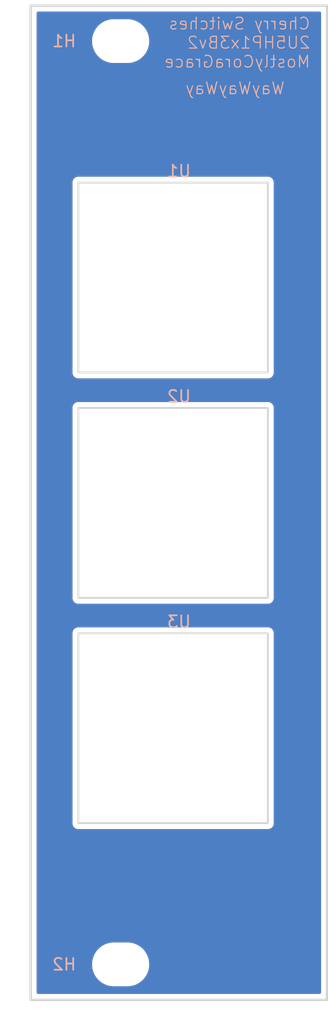
<source format=kicad_pcb>
(kicad_pcb (version 20241229) (generator "pcbnew") (generator_version "9.0")
  (layers (0 "F.Cu" signal) (2 "B.Cu" signal) (13 "F.Paste" user) (15 "B.Paste" user) (5 "F.SilkS" user "F.Silkscreen") (7 "B.SilkS" user "B.Silkscreen") (1 "F.Mask" user) (3 "B.Mask" user) (25 "Edge.Cuts" user))
  (net 0 "")
  (footprint "EXC:SW_Cherry_MX_1.00u_Clearance" (layer "F.Cu") (at 12.065 25.4125)
    (property "Reference" "U1" (at 0.5 -9 0) (layer "B.SilkS") (effects (justify mirror)))
    (property "Value" "~")
    (fp_rect (start -8.025 -8.025) (end 8.025 8.025) (stroke (width 0.15)) (fill no) (layer "Edge.Cuts"))
  )
  (footprint "EXC:MountingHole_3.2mm_M3" (layer "F.Cu") (at 7.62 5.425)
    (property "Reference" "H1" (at -3.683 0 0) (layer "B.SilkS") (effects (justify left mirror)))
    (property "Value" "Eurorack_M3_MountingHole")
    (pad "" np_thru_hole oval (at 0 0) (size 4.34 3.2) (drill oval 4.34 3.2) (layers "*.Cu" "*.Mask"))
  )
  (footprint "EXC:MountingHole_3.2mm_M3" (layer "F.Cu") (at 7.62 83.475)
    (property "Reference" "H2" (at -3.683 0 0) (layer "B.SilkS") (effects (justify left mirror)))
    (property "Value" "Eurorack_M3_MountingHole")
    (pad "" np_thru_hole oval (at 0 0) (size 4.34 3.2) (drill oval 4.34 3.2) (layers "*.Cu" "*.Mask"))
  )
  (footprint "EXC:SW_Cherry_MX_1.00u_Clearance" (layer "F.Cu") (at 12.065 63.5125)
    (property "Reference" "U3" (at 0.5 -9 0) (layer "B.SilkS") (effects (justify mirror)))
    (property "Value" "~")
    (fp_rect (start -8.025 -8.025) (end 8.025 8.025) (stroke (width 0.15)) (fill no) (layer "Edge.Cuts"))
  )
  (footprint "EXC:SW_Cherry_MX_1.00u_Clearance" (layer "F.Cu") (at 12.065 44.4625)
    (property "Reference" "U2" (at 0.5 -9 0) (layer "B.SilkS") (effects (justify mirror)))
    (property "Value" "~")
    (fp_rect (start -8.025 -8.025) (end 8.025 8.025) (stroke (width 0.15)) (fill no) (layer "Edge.Cuts"))
  )
  (gr_rect (start 0 2.425) (end 25.1 86.475) (stroke (width 0.2)) (fill no) (layer "Edge.Cuts"))
  (gr_text "WayWayWay" (at 21.59 10 0) (layer "B.SilkS") (effects (font (size 1 1) (thickness 0.1)) (justify left bottom mirror)))
  (gr_text "Cherry Switches\n2U5HP1x3Bv2\nMostlyCoraGrace" (at 23.75 7.75 0) (layer "B.SilkS") (effects (font (size 1 1) (thickness 0.1)) (justify left bottom mirror)))
  (zone (net 0) (net_name "") (layers "F.Cu" "B.Cu") (connect_pads (clearance 0.5)) (min_thickness 0.25) (fill yes (thermal_gap 0.5) (thermal_bridge_width 0.5) (island_removal_mode 1) (island_area_min 10))
    (polygon (pts (xy 0 2.425) (xy 25.1 2.425) (xy 25.1 86.475) (xy 0 86.475)))
  )
)
</source>
